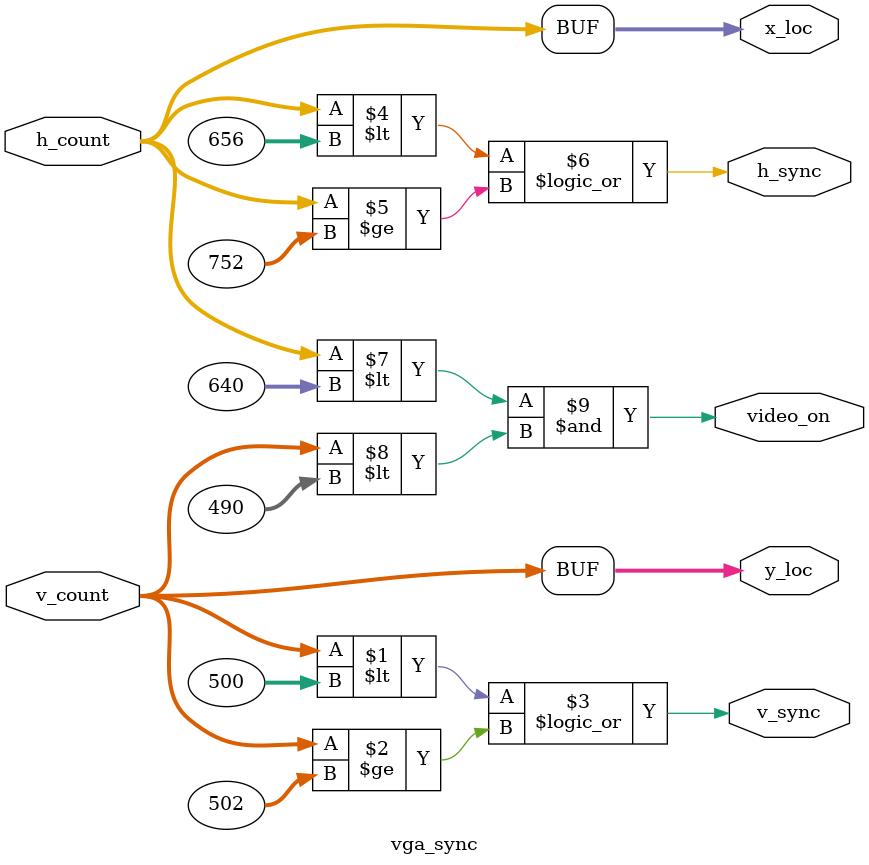
<source format=v>
`timescale 1ns / 1ps
module vga_sync(input [9:0]h_count, input [9:0]v_count, output h_sync, output v_sync, output video_on, output [9:0]x_loc, output [9:0]y_loc);
    //horizontal
    localparam HD = 640;
    localparam HF = 16; //RB
    //localparam HB = 49; //LB
    localparam HR = 96;
   
    //vertical
    localparam VD = 490;
    localparam VF = 10; //TB
    //localparam VB = 33; //BB
    localparam VR = 2;

    assign v_sync = (v_count < (VD + VF)) || (v_count >= (VD + VF + VR));
    assign h_sync = (h_count < (HD + HF)) || (h_count >= (HD + HF + HR));
    assign video_on = (h_count < HD) & (v_count < VD); //when should we display
    
		//increment x and y

    assign y_loc = v_count; 
    assign x_loc = h_count;
endmodule


</source>
